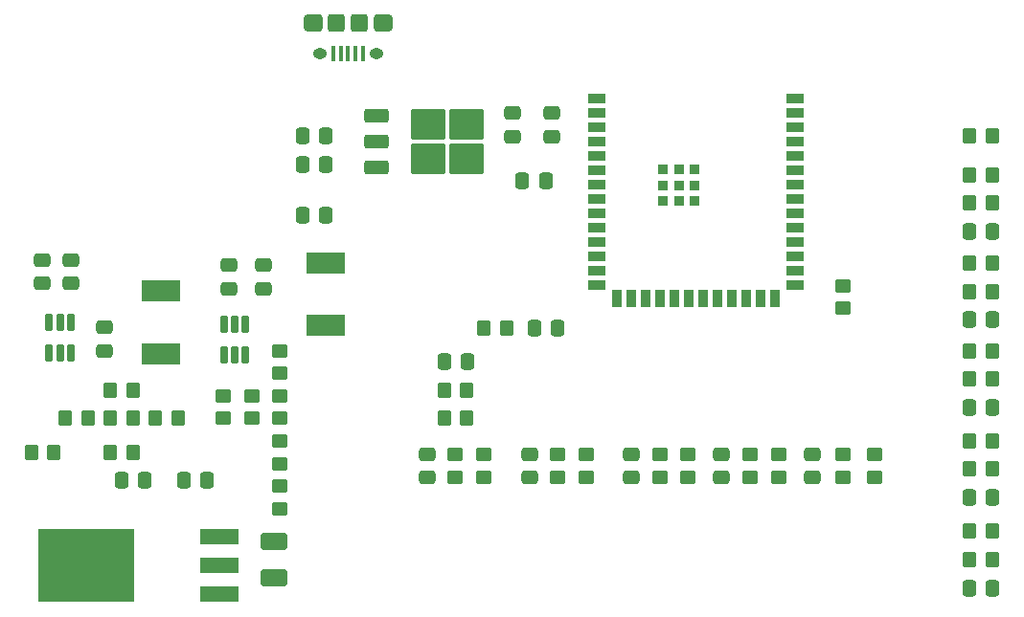
<source format=gbr>
%TF.GenerationSoftware,KiCad,Pcbnew,8.0.8*%
%TF.CreationDate,2025-03-31T14:22:43-05:00*%
%TF.ProjectId,Smart Tripod,536d6172-7420-4547-9269-706f642e6b69,rev?*%
%TF.SameCoordinates,Original*%
%TF.FileFunction,Paste,Top*%
%TF.FilePolarity,Positive*%
%FSLAX46Y46*%
G04 Gerber Fmt 4.6, Leading zero omitted, Abs format (unit mm)*
G04 Created by KiCad (PCBNEW 8.0.8) date 2025-03-31 14:22:43*
%MOMM*%
%LPD*%
G01*
G04 APERTURE LIST*
G04 Aperture macros list*
%AMRoundRect*
0 Rectangle with rounded corners*
0 $1 Rounding radius*
0 $2 $3 $4 $5 $6 $7 $8 $9 X,Y pos of 4 corners*
0 Add a 4 corners polygon primitive as box body*
4,1,4,$2,$3,$4,$5,$6,$7,$8,$9,$2,$3,0*
0 Add four circle primitives for the rounded corners*
1,1,$1+$1,$2,$3*
1,1,$1+$1,$4,$5*
1,1,$1+$1,$6,$7*
1,1,$1+$1,$8,$9*
0 Add four rect primitives between the rounded corners*
20,1,$1+$1,$2,$3,$4,$5,0*
20,1,$1+$1,$4,$5,$6,$7,0*
20,1,$1+$1,$6,$7,$8,$9,0*
20,1,$1+$1,$8,$9,$2,$3,0*%
G04 Aperture macros list end*
%ADD10RoundRect,0.250000X-0.450000X0.350000X-0.450000X-0.350000X0.450000X-0.350000X0.450000X0.350000X0*%
%ADD11RoundRect,0.250000X0.450000X-0.350000X0.450000X0.350000X-0.450000X0.350000X-0.450000X-0.350000X0*%
%ADD12RoundRect,0.250000X0.475000X-0.337500X0.475000X0.337500X-0.475000X0.337500X-0.475000X-0.337500X0*%
%ADD13RoundRect,0.250000X-0.850000X-0.350000X0.850000X-0.350000X0.850000X0.350000X-0.850000X0.350000X0*%
%ADD14RoundRect,0.250000X-1.275000X-1.125000X1.275000X-1.125000X1.275000X1.125000X-1.275000X1.125000X0*%
%ADD15RoundRect,0.250000X0.350000X0.450000X-0.350000X0.450000X-0.350000X-0.450000X0.350000X-0.450000X0*%
%ADD16RoundRect,0.250000X-0.475000X0.337500X-0.475000X-0.337500X0.475000X-0.337500X0.475000X0.337500X0*%
%ADD17RoundRect,0.250000X-0.337500X-0.475000X0.337500X-0.475000X0.337500X0.475000X-0.337500X0.475000X0*%
%ADD18RoundRect,0.162500X-0.162500X0.617500X-0.162500X-0.617500X0.162500X-0.617500X0.162500X0.617500X0*%
%ADD19RoundRect,0.250000X0.337500X0.475000X-0.337500X0.475000X-0.337500X-0.475000X0.337500X-0.475000X0*%
%ADD20RoundRect,0.250001X-0.924999X0.499999X-0.924999X-0.499999X0.924999X-0.499999X0.924999X0.499999X0*%
%ADD21R,3.429000X1.828800*%
%ADD22RoundRect,0.250000X-0.350000X-0.450000X0.350000X-0.450000X0.350000X0.450000X-0.350000X0.450000X0*%
%ADD23O,0.890000X1.550000*%
%ADD24O,1.250000X0.950000*%
%ADD25RoundRect,0.100000X0.100000X0.575000X-0.100000X0.575000X-0.100000X-0.575000X0.100000X-0.575000X0*%
%ADD26RoundRect,0.250000X0.475000X0.525000X-0.475000X0.525000X-0.475000X-0.525000X0.475000X-0.525000X0*%
%ADD27RoundRect,0.250000X0.500000X0.525000X-0.500000X0.525000X-0.500000X-0.525000X0.500000X-0.525000X0*%
%ADD28R,3.505200X1.397000*%
%ADD29R,8.458200X6.553200*%
%ADD30R,1.500000X0.900000*%
%ADD31R,0.900000X1.500000*%
%ADD32R,0.900000X0.900000*%
G04 APERTURE END LIST*
D10*
%TO.C,R3*%
X118500000Y-107000000D03*
X118500000Y-109000000D03*
%TD*%
D11*
%TO.C,R12*%
X152040000Y-118200000D03*
X152040000Y-116200000D03*
%TD*%
D12*
%TO.C,C6*%
X97500000Y-101037500D03*
X97500000Y-98962500D03*
%TD*%
D13*
%TO.C,U2*%
X127000000Y-86245000D03*
X127000000Y-88525000D03*
X127000000Y-90805000D03*
D14*
X131625000Y-87000000D03*
X131625000Y-90050000D03*
X134975000Y-87000000D03*
X134975000Y-90050000D03*
%TD*%
D15*
%TO.C,R16*%
X181462500Y-99270000D03*
X179462500Y-99270000D03*
%TD*%
D16*
%TO.C,C19*%
X149540000Y-116162500D03*
X149540000Y-118237500D03*
%TD*%
D15*
%TO.C,R5*%
X181462500Y-125500000D03*
X179462500Y-125500000D03*
%TD*%
D12*
%TO.C,C9*%
X114000000Y-101537500D03*
X114000000Y-99462500D03*
%TD*%
D11*
%TO.C,R34*%
X136500000Y-118220000D03*
X136500000Y-116220000D03*
%TD*%
D17*
%TO.C,C13*%
X179425000Y-112000000D03*
X181500000Y-112000000D03*
%TD*%
D15*
%TO.C,R1*%
X105500000Y-110500000D03*
X103500000Y-110500000D03*
%TD*%
D18*
%TO.C,U3*%
X100000000Y-104500000D03*
X99050000Y-104500000D03*
X98100000Y-104500000D03*
X98100000Y-107200000D03*
X99050000Y-107200000D03*
X100000000Y-107200000D03*
%TD*%
D11*
%TO.C,R19*%
X145540000Y-118200000D03*
X145540000Y-116200000D03*
%TD*%
D19*
%TO.C,C24*%
X135075000Y-108000000D03*
X133000000Y-108000000D03*
%TD*%
D12*
%TO.C,C3*%
X142500000Y-88037500D03*
X142500000Y-85962500D03*
%TD*%
%TO.C,C7*%
X103000000Y-107037500D03*
X103000000Y-104962500D03*
%TD*%
D15*
%TO.C,R29*%
X101500000Y-113000000D03*
X99500000Y-113000000D03*
%TD*%
D16*
%TO.C,C17*%
X140540000Y-116162500D03*
X140540000Y-118237500D03*
%TD*%
D20*
%TO.C,C25*%
X118000000Y-123875000D03*
X118000000Y-127125000D03*
%TD*%
D10*
%TO.C,R31*%
X113500000Y-111000000D03*
X113500000Y-113000000D03*
%TD*%
D11*
%TO.C,R11*%
X168270000Y-118220000D03*
X168270000Y-116220000D03*
%TD*%
D15*
%TO.C,R27*%
X105500000Y-113000000D03*
X103500000Y-113000000D03*
%TD*%
D17*
%TO.C,C26*%
X109962500Y-118500000D03*
X112037500Y-118500000D03*
%TD*%
D16*
%TO.C,C20*%
X157540000Y-116162500D03*
X157540000Y-118237500D03*
%TD*%
D21*
%TO.C,L4*%
X122500000Y-99231400D03*
X122500000Y-104768600D03*
%TD*%
D11*
%TO.C,R35*%
X134000000Y-118220000D03*
X134000000Y-116220000D03*
%TD*%
%TO.C,R18*%
X171040000Y-118220000D03*
X171040000Y-116220000D03*
%TD*%
D15*
%TO.C,R14*%
X181425000Y-114960000D03*
X179425000Y-114960000D03*
%TD*%
D22*
%TO.C,R36*%
X133000000Y-113000000D03*
X135000000Y-113000000D03*
%TD*%
D10*
%TO.C,R30*%
X118500000Y-111000000D03*
X118500000Y-113000000D03*
%TD*%
D16*
%TO.C,C11*%
X117000000Y-99462500D03*
X117000000Y-101537500D03*
%TD*%
D17*
%TO.C,C16*%
X179425000Y-96460000D03*
X181500000Y-96460000D03*
%TD*%
D15*
%TO.C,R17*%
X181462500Y-91460000D03*
X179462500Y-91460000D03*
%TD*%
%TO.C,R7*%
X181425000Y-117460000D03*
X179425000Y-117460000D03*
%TD*%
D23*
%TO.C,J1*%
X128000000Y-78000000D03*
D24*
X127000000Y-80700000D03*
X122000000Y-80700000D03*
D23*
X121000000Y-78000000D03*
D25*
X125800000Y-80700000D03*
X125150000Y-80700000D03*
X124500000Y-80700000D03*
X123850000Y-80700000D03*
X123200000Y-80700000D03*
D26*
X127525000Y-78000000D03*
D27*
X125500000Y-78000000D03*
X123500000Y-78000000D03*
D26*
X121475000Y-78000000D03*
%TD*%
D15*
%TO.C,R9*%
X181462500Y-93960000D03*
X179462500Y-93960000D03*
%TD*%
%TO.C,R28*%
X109500000Y-113000000D03*
X107500000Y-113000000D03*
%TD*%
D17*
%TO.C,C10*%
X179425000Y-128000000D03*
X181500000Y-128000000D03*
%TD*%
%TO.C,C15*%
X179405000Y-104270000D03*
X181480000Y-104270000D03*
%TD*%
%TO.C,C21*%
X140962500Y-105000000D03*
X143037500Y-105000000D03*
%TD*%
D10*
%TO.C,R32*%
X116000000Y-111000000D03*
X116000000Y-113000000D03*
%TD*%
D21*
%TO.C,L3*%
X108000000Y-107268600D03*
X108000000Y-101731400D03*
%TD*%
D22*
%TO.C,R37*%
X133000000Y-110500000D03*
X135000000Y-110500000D03*
%TD*%
D11*
%TO.C,R20*%
X154540000Y-118200000D03*
X154540000Y-116200000D03*
%TD*%
D19*
%TO.C,C8*%
X106537500Y-118500000D03*
X104462500Y-118500000D03*
%TD*%
D17*
%TO.C,C22*%
X139925000Y-92000000D03*
X142000000Y-92000000D03*
%TD*%
%TO.C,C14*%
X179425000Y-120000000D03*
X181500000Y-120000000D03*
%TD*%
D11*
%TO.C,R10*%
X143040000Y-118200000D03*
X143040000Y-116200000D03*
%TD*%
D19*
%TO.C,C12*%
X122537500Y-95000000D03*
X120462500Y-95000000D03*
%TD*%
D11*
%TO.C,R24*%
X168250000Y-103260000D03*
X168250000Y-101260000D03*
%TD*%
D10*
%TO.C,R33*%
X118500000Y-115000000D03*
X118500000Y-117000000D03*
%TD*%
D19*
%TO.C,C2*%
X122537500Y-88000000D03*
X120462500Y-88000000D03*
%TD*%
D10*
%TO.C,R4*%
X118500000Y-119000000D03*
X118500000Y-121000000D03*
%TD*%
D19*
%TO.C,C1*%
X122537500Y-90500000D03*
X120462500Y-90500000D03*
%TD*%
D18*
%TO.C,U4*%
X115450000Y-104650000D03*
X114500000Y-104650000D03*
X113550000Y-104650000D03*
X113550000Y-107350000D03*
X114500000Y-107350000D03*
X115450000Y-107350000D03*
%TD*%
D15*
%TO.C,R15*%
X181462500Y-107000000D03*
X179462500Y-107000000D03*
%TD*%
D11*
%TO.C,R21*%
X162540000Y-118200000D03*
X162540000Y-116200000D03*
%TD*%
D15*
%TO.C,R23*%
X138500000Y-105000000D03*
X136500000Y-105000000D03*
%TD*%
D12*
%TO.C,C5*%
X100000000Y-101037500D03*
X100000000Y-98962500D03*
%TD*%
D28*
%TO.C,U5*%
X113137400Y-128540000D03*
X113137400Y-126000000D03*
X113137400Y-123460000D03*
D29*
X101339100Y-126000000D03*
%TD*%
D15*
%TO.C,R13*%
X181462500Y-123000000D03*
X179462500Y-123000000D03*
%TD*%
D22*
%TO.C,R25*%
X179442500Y-88000000D03*
X181442500Y-88000000D03*
%TD*%
D11*
%TO.C,R22*%
X160040000Y-118200000D03*
X160040000Y-116200000D03*
%TD*%
D15*
%TO.C,R6*%
X181462500Y-109460000D03*
X179462500Y-109460000D03*
%TD*%
D30*
%TO.C,U1*%
X164000000Y-84650000D03*
X164000000Y-85920000D03*
X164000000Y-87190000D03*
X164000000Y-88460000D03*
X164000000Y-89730000D03*
X164000000Y-91000000D03*
X164000000Y-92270000D03*
X164000000Y-93540000D03*
X164000000Y-94810000D03*
X164000000Y-96080000D03*
X164000000Y-97350000D03*
X164000000Y-98620000D03*
X164000000Y-99890000D03*
X164000000Y-101160000D03*
D31*
X162235000Y-102410000D03*
X160965000Y-102410000D03*
X159695000Y-102410000D03*
X158425000Y-102410000D03*
X157155000Y-102410000D03*
X155885000Y-102410000D03*
X154615000Y-102410000D03*
X153345000Y-102410000D03*
X152075000Y-102410000D03*
X150805000Y-102410000D03*
X149535000Y-102410000D03*
X148265000Y-102410000D03*
D30*
X146500000Y-101160000D03*
X146500000Y-99890000D03*
X146500000Y-98620000D03*
X146500000Y-97350000D03*
X146500000Y-96080000D03*
X146500000Y-94810000D03*
X146500000Y-93540000D03*
X146500000Y-92270000D03*
X146500000Y-91000000D03*
X146500000Y-89730000D03*
X146500000Y-88460000D03*
X146500000Y-87190000D03*
X146500000Y-85920000D03*
X146500000Y-84650000D03*
D32*
X155150000Y-93770000D03*
X155150000Y-92370000D03*
X155150000Y-90970000D03*
X153750000Y-93770000D03*
X153750000Y-92370000D03*
X153750000Y-90970000D03*
X152350000Y-93770000D03*
X152350000Y-92370000D03*
X152350000Y-90970000D03*
%TD*%
D16*
%TO.C,C23*%
X131500000Y-116182500D03*
X131500000Y-118257500D03*
%TD*%
D15*
%TO.C,R26*%
X105500000Y-116000000D03*
X103500000Y-116000000D03*
%TD*%
D12*
%TO.C,C4*%
X139000000Y-88037500D03*
X139000000Y-85962500D03*
%TD*%
D15*
%TO.C,R2*%
X98500000Y-116000000D03*
X96500000Y-116000000D03*
%TD*%
%TO.C,R8*%
X181442500Y-101770000D03*
X179442500Y-101770000D03*
%TD*%
D16*
%TO.C,C18*%
X165540000Y-116162500D03*
X165540000Y-118237500D03*
%TD*%
M02*

</source>
